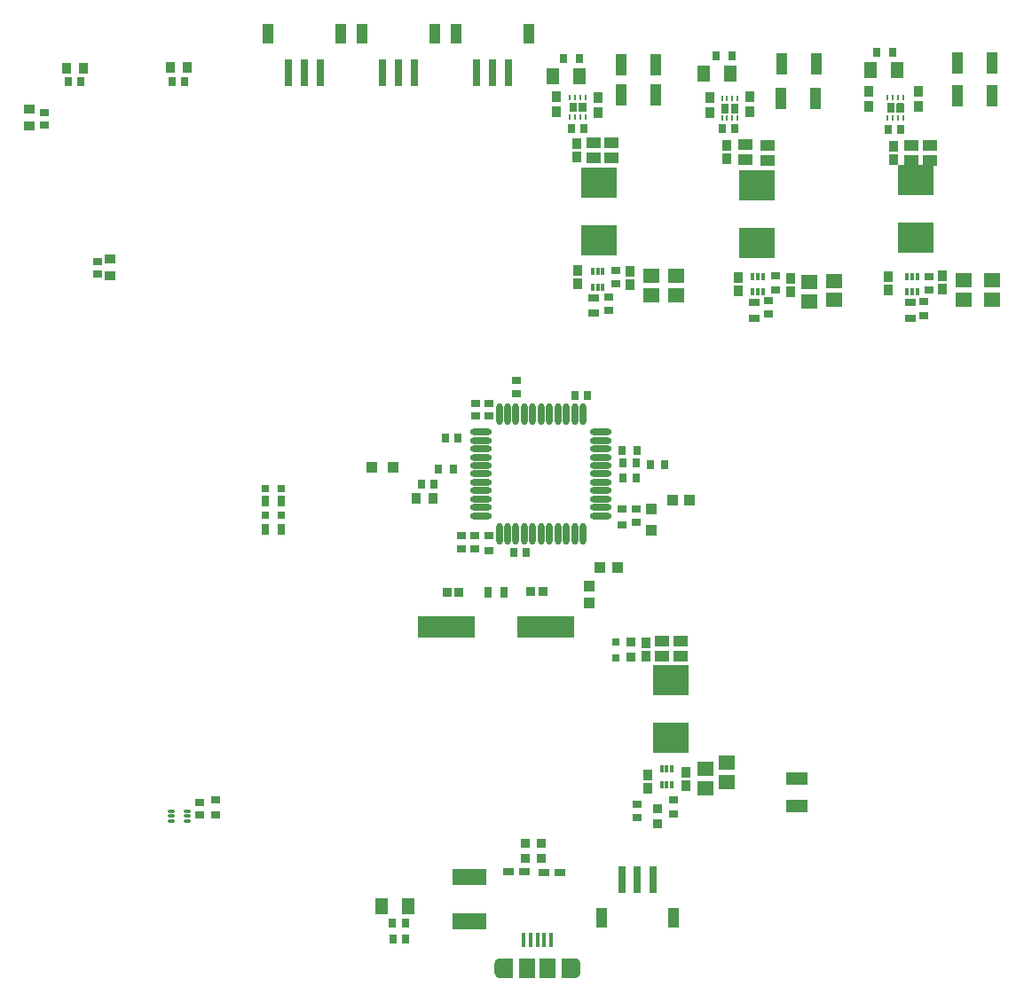
<source format=gtp>
G04*
G04 #@! TF.GenerationSoftware,Altium Limited,Altium Designer,21.8.1 (53)*
G04*
G04 Layer_Color=8421504*
%FSLAX25Y25*%
%MOIN*%
G70*
G04*
G04 #@! TF.SameCoordinates,81EC3893-84E7-45D1-AE65-2CF239B2E5AD*
G04*
G04*
G04 #@! TF.FilePolarity,Positive*
G04*
G01*
G75*
%ADD17C,0.01968*%
%ADD18R,0.13780X0.11811*%
%ADD19R,0.05339X0.04152*%
%ADD20R,0.03773X0.03963*%
%ADD21R,0.04724X0.05906*%
%ADD22R,0.03740X0.03150*%
%ADD23O,0.08071X0.02362*%
%ADD24O,0.02362X0.08071*%
%ADD25R,0.04331X0.08071*%
%ADD26R,0.03937X0.02953*%
%ADD27R,0.02894X0.03394*%
%ADD28R,0.04331X0.07480*%
%ADD29R,0.02756X0.10236*%
%ADD30R,0.03591X0.04453*%
%ADD31R,0.03150X0.03740*%
%ADD32R,0.02953X0.03543*%
G04:AMPARAMS|DCode=33|XSize=26.38mil|YSize=11.81mil|CornerRadius=1.95mil|HoleSize=0mil|Usage=FLASHONLY|Rotation=0.000|XOffset=0mil|YOffset=0mil|HoleType=Round|Shape=RoundedRectangle|*
%AMROUNDEDRECTD33*
21,1,0.02638,0.00791,0,0,0.0*
21,1,0.02248,0.01181,0,0,0.0*
1,1,0.00390,0.01124,-0.00396*
1,1,0.00390,-0.01124,-0.00396*
1,1,0.00390,-0.01124,0.00396*
1,1,0.00390,0.01124,0.00396*
%
%ADD33ROUNDEDRECTD33*%
%ADD34R,0.03543X0.02953*%
%ADD35R,0.03543X0.03150*%
%ADD36R,0.03150X0.03543*%
%ADD37R,0.01575X0.05315*%
%ADD38R,0.05906X0.07480*%
%ADD39R,0.21654X0.07874*%
%ADD40R,0.04182X0.04469*%
%ADD41R,0.02953X0.03937*%
%ADD42R,0.03150X0.03150*%
%ADD43R,0.03788X0.03681*%
%ADD44R,0.04016X0.02992*%
%ADD45R,0.05938X0.05534*%
G04:AMPARAMS|DCode=46|XSize=19.68mil|YSize=9.84mil|CornerRadius=1.97mil|HoleSize=0mil|Usage=FLASHONLY|Rotation=270.000|XOffset=0mil|YOffset=0mil|HoleType=Round|Shape=RoundedRectangle|*
%AMROUNDEDRECTD46*
21,1,0.01968,0.00591,0,0,270.0*
21,1,0.01575,0.00984,0,0,270.0*
1,1,0.00394,-0.00295,-0.00787*
1,1,0.00394,-0.00295,0.00787*
1,1,0.00394,0.00295,0.00787*
1,1,0.00394,0.00295,-0.00787*
%
%ADD46ROUNDEDRECTD46*%
%ADD47R,0.01181X0.02638*%
%ADD48R,0.03937X0.03543*%
%ADD49R,0.03937X0.03937*%
%ADD50R,0.03543X0.03937*%
%ADD51R,0.03150X0.03150*%
%ADD52R,0.04469X0.04182*%
%ADD53R,0.12598X0.05906*%
%ADD54R,0.03347X0.03347*%
%ADD55R,0.08000X0.04500*%
%ADD56R,0.03937X0.03937*%
G36*
X239682Y328949D02*
X239737Y328893D01*
X239767Y328821D01*
Y328782D01*
Y325632D01*
Y325593D01*
X239737Y325521D01*
X239682Y325465D01*
X239609Y325435D01*
X237169D01*
X237096Y325465D01*
X237041Y325521D01*
X237011Y325593D01*
Y325632D01*
Y328782D01*
Y328821D01*
X237041Y328893D01*
X237096Y328949D01*
X237169Y328979D01*
X239609D01*
X239682Y328949D01*
D02*
G37*
G36*
X236138D02*
X236194Y328893D01*
X236224Y328821D01*
Y328782D01*
Y325632D01*
Y325593D01*
X236194Y325521D01*
X236138Y325465D01*
X236066Y325435D01*
X233625D01*
X233553Y325465D01*
X233498Y325521D01*
X233468Y325593D01*
Y325632D01*
Y328782D01*
Y328821D01*
X233498Y328893D01*
X233553Y328949D01*
X233625Y328979D01*
X236066D01*
X236138Y328949D01*
D02*
G37*
G36*
X359041Y328752D02*
X359097Y328696D01*
X359127Y328624D01*
Y328585D01*
Y325435D01*
Y325396D01*
X359097Y325324D01*
X359041Y325269D01*
X358969Y325239D01*
X356528D01*
X356456Y325269D01*
X356401Y325324D01*
X356371Y325396D01*
Y325435D01*
Y328585D01*
Y328624D01*
X356401Y328696D01*
X356456Y328752D01*
X356528Y328782D01*
X358969D01*
X359041Y328752D01*
D02*
G37*
G36*
X355498D02*
X355553Y328696D01*
X355583Y328624D01*
Y328585D01*
Y325435D01*
Y325396D01*
X355553Y325324D01*
X355498Y325269D01*
X355426Y325239D01*
X352985D01*
X352913Y325269D01*
X352857Y325324D01*
X352827Y325396D01*
Y325435D01*
Y328585D01*
Y328624D01*
X352857Y328696D01*
X352913Y328752D01*
X352985Y328782D01*
X355426D01*
X355498Y328752D01*
D02*
G37*
G36*
X296768Y328555D02*
X296824Y328500D01*
X296853Y328427D01*
Y328388D01*
Y325239D01*
Y325199D01*
X296824Y325127D01*
X296768Y325072D01*
X296696Y325042D01*
X294255D01*
X294183Y325072D01*
X294128Y325127D01*
X294098Y325199D01*
Y325239D01*
Y328388D01*
Y328427D01*
X294128Y328500D01*
X294183Y328555D01*
X294255Y328585D01*
X296696D01*
X296768Y328555D01*
D02*
G37*
G36*
X293225D02*
X293280Y328500D01*
X293310Y328427D01*
Y328388D01*
Y325239D01*
Y325199D01*
X293280Y325127D01*
X293225Y325072D01*
X293152Y325042D01*
X290712D01*
X290640Y325072D01*
X290584Y325127D01*
X290554Y325199D01*
Y325239D01*
Y328388D01*
Y328427D01*
X290584Y328500D01*
X290640Y328555D01*
X290712Y328585D01*
X293152D01*
X293225Y328555D01*
D02*
G37*
G36*
X237602Y1842D02*
X235634D01*
Y5385D01*
X237602D01*
X237602Y1842D01*
D02*
G37*
G36*
X207287Y1842D02*
X205319D01*
X205319Y5385D01*
X207287D01*
Y1842D01*
D02*
G37*
G36*
X235634Y-127D02*
X230516D01*
Y7354D01*
X235634D01*
Y-127D01*
D02*
G37*
G36*
X212405D02*
X207287D01*
Y7354D01*
X212405D01*
Y-127D01*
D02*
G37*
D17*
X208272Y1842D02*
G03*
X208272Y1842I-984J0D01*
G01*
Y5385D02*
G03*
X208272Y5385I-984J0D01*
G01*
X236618Y1842D02*
G03*
X236618Y1842I-984J0D01*
G01*
Y5385D02*
G03*
X236618Y5385I-984J0D01*
G01*
D18*
X244491Y277404D02*
D03*
Y299058D02*
D03*
X363503Y278143D02*
D03*
Y299797D02*
D03*
X304035Y298031D02*
D03*
Y276378D02*
D03*
X271657Y90199D02*
D03*
Y111853D02*
D03*
D19*
X308071Y312798D02*
D03*
Y307084D02*
D03*
X249216Y308106D02*
D03*
Y313821D02*
D03*
X362027Y312978D02*
D03*
Y307263D02*
D03*
X368917Y312978D02*
D03*
Y307263D02*
D03*
X275200Y120806D02*
D03*
Y126521D02*
D03*
X268113Y120806D02*
D03*
Y126521D02*
D03*
X242523Y308106D02*
D03*
Y313821D02*
D03*
X299609Y313237D02*
D03*
Y307522D02*
D03*
D20*
X364487Y327451D02*
D03*
Y333166D02*
D03*
X345787Y327451D02*
D03*
Y333166D02*
D03*
X301184Y331246D02*
D03*
Y325531D02*
D03*
X286224Y325137D02*
D03*
Y330852D02*
D03*
X228743Y325632D02*
D03*
Y331348D02*
D03*
X244098Y325239D02*
D03*
Y330954D02*
D03*
D21*
X356712Y341135D02*
D03*
X346672D02*
D03*
X162894Y26870D02*
D03*
X172933D02*
D03*
X293999Y339806D02*
D03*
X283960D02*
D03*
X237306Y339018D02*
D03*
X227267D02*
D03*
D22*
X366539Y249058D02*
D03*
Y254176D02*
D03*
X308271Y249451D02*
D03*
Y254569D02*
D03*
X248327Y250787D02*
D03*
Y255906D02*
D03*
X198035Y161262D02*
D03*
Y166380D02*
D03*
X192917Y161262D02*
D03*
Y166380D02*
D03*
X250791Y260869D02*
D03*
Y265987D02*
D03*
X311027Y258703D02*
D03*
Y263821D02*
D03*
X368507Y263624D02*
D03*
Y258506D02*
D03*
X259058Y65199D02*
D03*
Y60081D02*
D03*
X272503Y66802D02*
D03*
Y61684D02*
D03*
D23*
X200397Y205160D02*
D03*
Y202010D02*
D03*
Y198861D02*
D03*
Y195711D02*
D03*
Y192561D02*
D03*
Y189412D02*
D03*
Y186262D02*
D03*
Y183113D02*
D03*
Y179963D02*
D03*
Y176813D02*
D03*
Y173664D02*
D03*
X245279D02*
D03*
Y176813D02*
D03*
Y179963D02*
D03*
Y183113D02*
D03*
Y186262D02*
D03*
Y189412D02*
D03*
Y192561D02*
D03*
Y195711D02*
D03*
Y198861D02*
D03*
Y202010D02*
D03*
Y205160D02*
D03*
D24*
X207090Y166971D02*
D03*
X210239D02*
D03*
X213389D02*
D03*
X216539D02*
D03*
X219688D02*
D03*
X222838D02*
D03*
X225987D02*
D03*
X229137D02*
D03*
X232287D02*
D03*
X235436D02*
D03*
X238586D02*
D03*
Y211853D02*
D03*
X235436D02*
D03*
X232287D02*
D03*
X229137D02*
D03*
X225987D02*
D03*
X222838D02*
D03*
X219688D02*
D03*
X216539D02*
D03*
X213389D02*
D03*
X210239D02*
D03*
X207090D02*
D03*
D25*
X379350Y331577D02*
D03*
X392342D02*
D03*
X392326Y343742D02*
D03*
X379334D02*
D03*
X312995Y330655D02*
D03*
X325987D02*
D03*
X313389Y343451D02*
D03*
X326381D02*
D03*
X252956Y331931D02*
D03*
X265948D02*
D03*
Y343349D02*
D03*
X252956D02*
D03*
D26*
X302759Y247876D02*
D03*
Y253782D02*
D03*
X242703Y249791D02*
D03*
Y255696D02*
D03*
X361420Y247876D02*
D03*
Y253782D02*
D03*
D27*
X357998Y318939D02*
D03*
X353153D02*
D03*
X234134Y319333D02*
D03*
X238980D02*
D03*
X290887D02*
D03*
X295733D02*
D03*
D28*
X147444Y354766D02*
D03*
X120279D02*
D03*
X272586Y22406D02*
D03*
X245421D02*
D03*
X190948Y354766D02*
D03*
X218113D02*
D03*
X155712Y354766D02*
D03*
X182877D02*
D03*
D29*
X139767Y340396D02*
D03*
X133861D02*
D03*
X127956D02*
D03*
X264909Y36776D02*
D03*
X259003D02*
D03*
X253098D02*
D03*
X198625Y340396D02*
D03*
X204531D02*
D03*
X210436D02*
D03*
X163389Y340396D02*
D03*
X169295D02*
D03*
X175200D02*
D03*
D30*
X277168Y77132D02*
D03*
Y72089D02*
D03*
X353153Y263587D02*
D03*
Y258544D02*
D03*
X296803Y258122D02*
D03*
Y263165D02*
D03*
X316539Y262959D02*
D03*
Y257916D02*
D03*
X236617Y265949D02*
D03*
Y260906D02*
D03*
X256302Y260512D02*
D03*
Y265556D02*
D03*
X292720Y307858D02*
D03*
Y312901D02*
D03*
X236224Y313587D02*
D03*
Y308544D02*
D03*
X373625Y263821D02*
D03*
Y258778D02*
D03*
X355137Y307599D02*
D03*
Y312642D02*
D03*
X262208Y125792D02*
D03*
Y120748D02*
D03*
X262995Y76345D02*
D03*
Y71302D02*
D03*
D31*
X166885Y20643D02*
D03*
X172003D02*
D03*
X253547Y187837D02*
D03*
X258665D02*
D03*
X263980Y192955D02*
D03*
X269098D02*
D03*
X258665Y193447D02*
D03*
X253547D02*
D03*
D32*
X212441Y159943D02*
D03*
X217165D02*
D03*
X177941Y185443D02*
D03*
X182665D02*
D03*
X235541Y218743D02*
D03*
X240265D02*
D03*
X186879Y202743D02*
D03*
X191603D02*
D03*
X167328Y14722D02*
D03*
X172053D02*
D03*
X45279Y337050D02*
D03*
X50003D02*
D03*
X84255D02*
D03*
X88980D02*
D03*
D33*
X89903Y62712D02*
D03*
Y60743D02*
D03*
Y58775D02*
D03*
X84076D02*
D03*
Y60743D02*
D03*
Y62712D02*
D03*
D34*
X94603Y61143D02*
D03*
Y65868D02*
D03*
X56201Y264567D02*
D03*
Y269291D02*
D03*
X198103Y211181D02*
D03*
Y215905D02*
D03*
X203203Y211281D02*
D03*
Y216005D02*
D03*
X213496Y219712D02*
D03*
Y224436D02*
D03*
X258603Y176105D02*
D03*
Y171381D02*
D03*
X36224Y320514D02*
D03*
Y325239D02*
D03*
D35*
X100503Y67049D02*
D03*
Y61143D02*
D03*
X203153Y166380D02*
D03*
Y160475D02*
D03*
X253303Y170391D02*
D03*
Y176296D02*
D03*
D36*
X348950Y347943D02*
D03*
X354856D02*
D03*
X288650Y346543D02*
D03*
X294556D02*
D03*
X231403Y345443D02*
D03*
X237309D02*
D03*
X190056Y191143D02*
D03*
X184150D02*
D03*
X259058Y198073D02*
D03*
X253153D02*
D03*
D37*
X216342Y14243D02*
D03*
X218902D02*
D03*
X221461D02*
D03*
X224020D02*
D03*
X226579D02*
D03*
D38*
X217524Y3613D02*
D03*
X225398D02*
D03*
D39*
X224605Y131943D02*
D03*
X187203D02*
D03*
D40*
X240803Y147353D02*
D03*
Y140933D02*
D03*
D41*
X125302Y179287D02*
D03*
X119396D02*
D03*
X125302Y168658D02*
D03*
X119396D02*
D03*
X202850Y144843D02*
D03*
X208756D02*
D03*
D42*
X125302Y184012D02*
D03*
X119396D02*
D03*
X125302Y173776D02*
D03*
X119396D02*
D03*
D43*
X216932Y44924D02*
D03*
Y50557D02*
D03*
X222838Y44924D02*
D03*
Y50557D02*
D03*
X266539Y63428D02*
D03*
Y57795D02*
D03*
X256696Y126087D02*
D03*
Y120454D02*
D03*
D44*
X229995Y39643D02*
D03*
X224011D02*
D03*
X210511Y39743D02*
D03*
X216495D02*
D03*
D45*
X333074Y254766D02*
D03*
Y262059D02*
D03*
X323625Y254372D02*
D03*
Y261666D02*
D03*
X264176Y263925D02*
D03*
Y256631D02*
D03*
X273625Y263925D02*
D03*
Y256631D02*
D03*
X392129Y254860D02*
D03*
Y262153D02*
D03*
X381499Y254953D02*
D03*
Y262246D02*
D03*
X284649Y78491D02*
D03*
Y71198D02*
D03*
X292523Y73664D02*
D03*
Y80957D02*
D03*
D46*
X296657Y330554D02*
D03*
X294688D02*
D03*
X292720D02*
D03*
X290751D02*
D03*
Y323073D02*
D03*
X292720D02*
D03*
X294688D02*
D03*
X296657D02*
D03*
X239570Y323467D02*
D03*
X237602D02*
D03*
X235633D02*
D03*
X233665D02*
D03*
Y330947D02*
D03*
X235633D02*
D03*
X237602D02*
D03*
X239570D02*
D03*
X358930Y323270D02*
D03*
X356961D02*
D03*
X354993D02*
D03*
X353024D02*
D03*
Y330750D02*
D03*
X354993D02*
D03*
X356961D02*
D03*
X358930D02*
D03*
D47*
X306302Y263585D02*
D03*
X304334D02*
D03*
X302365D02*
D03*
Y257758D02*
D03*
X304334D02*
D03*
X306302D02*
D03*
X246066Y259727D02*
D03*
X244098D02*
D03*
X242129D02*
D03*
Y265553D02*
D03*
X244098D02*
D03*
X246066D02*
D03*
X364176Y257758D02*
D03*
X362208D02*
D03*
X360239D02*
D03*
Y263585D02*
D03*
X362208D02*
D03*
X364176D02*
D03*
X272050Y72719D02*
D03*
X270082D02*
D03*
X268113D02*
D03*
Y78546D02*
D03*
X270082D02*
D03*
X272050D02*
D03*
D48*
X61024Y270177D02*
D03*
Y263878D02*
D03*
X30712Y326420D02*
D03*
Y320121D02*
D03*
D49*
X159366Y191743D02*
D03*
X167240D02*
D03*
D50*
X176054Y180243D02*
D03*
X182353D02*
D03*
X44491Y341774D02*
D03*
X50791D02*
D03*
X89767Y342168D02*
D03*
X83468D02*
D03*
D51*
X250791Y120317D02*
D03*
Y126223D02*
D03*
D52*
X278713Y179543D02*
D03*
X272293D02*
D03*
X251480Y154077D02*
D03*
X245059D02*
D03*
D53*
X195803Y21376D02*
D03*
Y37911D02*
D03*
D54*
X187476Y144743D02*
D03*
X192003D02*
D03*
X223503Y145243D02*
D03*
X218976D02*
D03*
D55*
X318901Y74977D02*
D03*
Y64477D02*
D03*
D56*
X264303Y168306D02*
D03*
Y176180D02*
D03*
M02*

</source>
